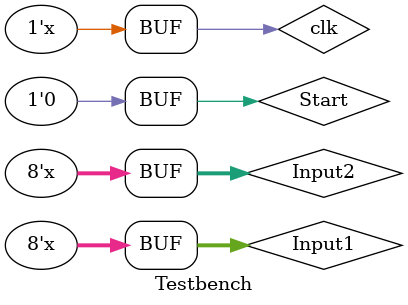
<source format=v>
module Testbench();
//define
	reg clk, Start;
	reg [7:0] Input1, Input2;
	wire [7:0] Result;
	Square_verilog Inst (Input1,Input2,clk,Start,Result);
//body
	always begin
		#10 clk <= ~clk; // 1 state = 20
	end
	initial begin
		#0 clk = 0; Start = 0; Input1 = 8'dX; Input2 = 8'dX;
		#20 Start = 1; Input1 = 4; Input2 = 3;
		#20 Start = 0; Input1 = 8'dX; Input2 = 8'dX;

		#120 Input1 = 0; Input2 = 0;
		#20 Input1 = 8'bX; Input2 = 8'bX;
		
		#120 Input1 = 6; Input2 = -8;
		#20 Input1 = 8'bX; Input2 = 8'bX;
		
		#150 Input1 = -4; Input2 = 3;
		#20 Input1 = 8'bX; Input2 = 8'bX;
		
		#90 Input1 = -8; Input2 = -6;
		#20 Input1 = 8'bX; Input2 = 8'bX;
	end 
endmodule

</source>
